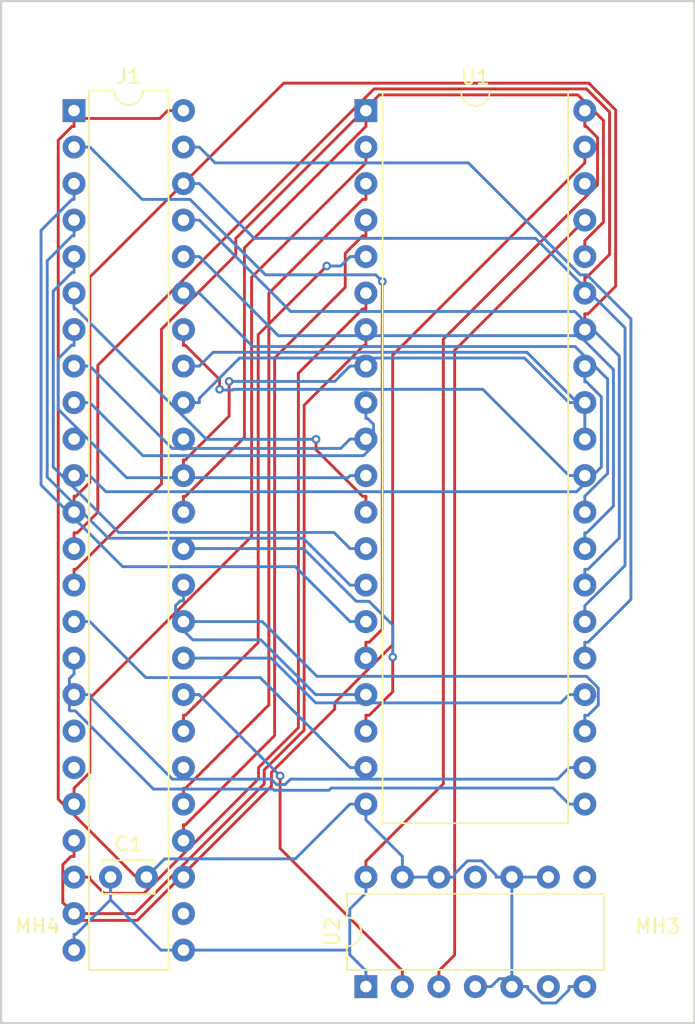
<source format=kicad_pcb>
(kicad_pcb (version 20171130) (host pcbnew 5.1.5+dfsg1-2build2)

  (general
    (thickness 1.6)
    (drawings 4)
    (tracks 385)
    (zones 0)
    (modules 8)
    (nets 52)
  )

  (page A4)
  (layers
    (0 F.Cu signal hide)
    (31 B.Cu signal)
    (32 B.Adhes user)
    (33 F.Adhes user)
    (34 B.Paste user)
    (35 F.Paste user)
    (36 B.SilkS user)
    (37 F.SilkS user)
    (38 B.Mask user)
    (39 F.Mask user)
    (40 Dwgs.User user)
    (41 Cmts.User user)
    (42 Eco1.User user)
    (43 Eco2.User user)
    (44 Edge.Cuts user)
    (45 Margin user)
    (46 B.CrtYd user)
    (47 F.CrtYd user)
    (48 B.Fab user)
    (49 F.Fab user)
  )

  (setup
    (last_trace_width 0.2)
    (user_trace_width 0.2)
    (user_trace_width 0.4)
    (user_trace_width 0.6)
    (user_trace_width 0.8)
    (user_trace_width 1)
    (user_trace_width 1.2)
    (user_trace_width 1.6)
    (user_trace_width 2)
    (trace_clearance 0.2)
    (zone_clearance 0.35)
    (zone_45_only no)
    (trace_min 0.1524)
    (via_size 0.6)
    (via_drill 0.3)
    (via_min_size 0.5)
    (via_min_drill 0.2)
    (user_via 0.9 0.5)
    (user_via 1.2 0.8)
    (user_via 1.4 0.9)
    (user_via 1.5 1)
    (uvia_size 0.3)
    (uvia_drill 0.1)
    (uvias_allowed no)
    (uvia_min_size 0.2)
    (uvia_min_drill 0.1)
    (edge_width 0.15)
    (segment_width 0.2)
    (pcb_text_width 0.3)
    (pcb_text_size 1.5 1.5)
    (mod_edge_width 0.15)
    (mod_text_size 1 1)
    (mod_text_width 0.15)
    (pad_size 3.2 3.2)
    (pad_drill 3.2)
    (pad_to_mask_clearance 0.051)
    (solder_mask_min_width 0.25)
    (aux_axis_origin 101 70)
    (grid_origin 101 70)
    (visible_elements FFFDFF7F)
    (pcbplotparams
      (layerselection 0x010fc_ffffffff)
      (usegerberextensions false)
      (usegerberattributes false)
      (usegerberadvancedattributes false)
      (creategerberjobfile false)
      (excludeedgelayer true)
      (linewidth 0.100000)
      (plotframeref false)
      (viasonmask false)
      (mode 1)
      (useauxorigin false)
      (hpglpennumber 1)
      (hpglpenspeed 20)
      (hpglpendiameter 15.000000)
      (psnegative false)
      (psa4output false)
      (plotreference true)
      (plotvalue true)
      (plotinvisibletext false)
      (padsonsilk false)
      (subtractmaskfromsilk false)
      (outputformat 1)
      (mirror false)
      (drillshape 1)
      (scaleselection 1)
      (outputdirectory ""))
  )

  (net 0 "")
  (net 1 VCC)
  (net 2 GND)
  (net 3 /P53)
  (net 4 "Net-(J1-Pad30)")
  (net 5 /P26)
  (net 6 "Net-(J1-Pad27)")
  (net 7 /P27)
  (net 8 /P47)
  (net 9 /P46)
  (net 10 "Net-(J1-Pad26)")
  (net 11 "Net-(J1-Pad19)")
  (net 12 /P25)
  (net 13 /P24)
  (net 14 /P23)
  (net 15 /P22)
  (net 16 /P21)
  (net 17 /P20)
  (net 18 /P34)
  (net 19 "Net-(J1-Pad10)")
  (net 20 /P35)
  (net 21 /P17)
  (net 22 /P36)
  (net 23 /P16)
  (net 24 "Net-(J1-Pad39)")
  (net 25 /P15)
  (net 26 /P40)
  (net 27 /P14)
  (net 28 /P41)
  (net 29 /P13)
  (net 30 /P42)
  (net 31 /P12)
  (net 32 /P11)
  (net 33 /P44)
  (net 34 /P10)
  (net 35 /P45)
  (net 36 /P33)
  (net 37 /P32)
  (net 38 /P31)
  (net 39 /P30)
  (net 40 /P51)
  (net 41 /P55)
  (net 42 /P43)
  (net 43 /P52)
  (net 44 /P54)
  (net 45 /P50)
  (net 46 "Net-(U1-Pad38)")
  (net 47 "Net-(U1-Pad37)")
  (net 48 "Net-(U2-Pad6)")
  (net 49 "Net-(U2-Pad11)")
  (net 50 "Net-(U2-Pad8)")
  (net 51 "Net-(J1-Pad18)")

  (net_class Default "This is the default net class."
    (clearance 0.2)
    (trace_width 0.2)
    (via_dia 0.6)
    (via_drill 0.3)
    (uvia_dia 0.3)
    (uvia_drill 0.1)
    (diff_pair_width 0.2)
    (diff_pair_gap 0.2)
    (add_net /P10)
    (add_net /P11)
    (add_net /P12)
    (add_net /P13)
    (add_net /P14)
    (add_net /P15)
    (add_net /P16)
    (add_net /P17)
    (add_net /P20)
    (add_net /P21)
    (add_net /P22)
    (add_net /P23)
    (add_net /P24)
    (add_net /P25)
    (add_net /P26)
    (add_net /P27)
    (add_net /P30)
    (add_net /P31)
    (add_net /P32)
    (add_net /P33)
    (add_net /P34)
    (add_net /P35)
    (add_net /P36)
    (add_net /P40)
    (add_net /P41)
    (add_net /P42)
    (add_net /P43)
    (add_net /P44)
    (add_net /P45)
    (add_net /P46)
    (add_net /P47)
    (add_net /P50)
    (add_net /P51)
    (add_net /P52)
    (add_net /P53)
    (add_net /P54)
    (add_net /P55)
    (add_net GND)
    (add_net "Net-(J1-Pad10)")
    (add_net "Net-(J1-Pad18)")
    (add_net "Net-(J1-Pad19)")
    (add_net "Net-(J1-Pad26)")
    (add_net "Net-(J1-Pad27)")
    (add_net "Net-(J1-Pad30)")
    (add_net "Net-(J1-Pad39)")
    (add_net "Net-(U1-Pad37)")
    (add_net "Net-(U1-Pad38)")
    (add_net "Net-(U2-Pad11)")
    (add_net "Net-(U2-Pad6)")
    (add_net "Net-(U2-Pad8)")
    (add_net VCC)
  )

  (module Package_DIP:DIP-40_W15.24mm (layer F.Cu) (tedit 5A02E8C5) (tstamp 61E6CEAB)
    (at 123.86 75.08)
    (descr "40-lead though-hole mounted DIP package, row spacing 15.24 mm (600 mils)")
    (tags "THT DIP DIL PDIP 2.54mm 15.24mm 600mil")
    (path /6258F9E3)
    (fp_text reference U1 (at 7.62 -2.33) (layer F.SilkS)
      (effects (font (size 1 1) (thickness 0.15)))
    )
    (fp_text value INS8060 (at 7.62 50.59) (layer F.Fab)
      (effects (font (size 1 1) (thickness 0.15)))
    )
    (fp_text user %R (at 7.62 24.13) (layer F.Fab)
      (effects (font (size 1 1) (thickness 0.15)))
    )
    (fp_line (start 16.3 -1.55) (end -1.05 -1.55) (layer F.CrtYd) (width 0.05))
    (fp_line (start 16.3 49.8) (end 16.3 -1.55) (layer F.CrtYd) (width 0.05))
    (fp_line (start -1.05 49.8) (end 16.3 49.8) (layer F.CrtYd) (width 0.05))
    (fp_line (start -1.05 -1.55) (end -1.05 49.8) (layer F.CrtYd) (width 0.05))
    (fp_line (start 14.08 -1.33) (end 8.62 -1.33) (layer F.SilkS) (width 0.12))
    (fp_line (start 14.08 49.59) (end 14.08 -1.33) (layer F.SilkS) (width 0.12))
    (fp_line (start 1.16 49.59) (end 14.08 49.59) (layer F.SilkS) (width 0.12))
    (fp_line (start 1.16 -1.33) (end 1.16 49.59) (layer F.SilkS) (width 0.12))
    (fp_line (start 6.62 -1.33) (end 1.16 -1.33) (layer F.SilkS) (width 0.12))
    (fp_line (start 0.255 -0.27) (end 1.255 -1.27) (layer F.Fab) (width 0.1))
    (fp_line (start 0.255 49.53) (end 0.255 -0.27) (layer F.Fab) (width 0.1))
    (fp_line (start 14.985 49.53) (end 0.255 49.53) (layer F.Fab) (width 0.1))
    (fp_line (start 14.985 -1.27) (end 14.985 49.53) (layer F.Fab) (width 0.1))
    (fp_line (start 1.255 -1.27) (end 14.985 -1.27) (layer F.Fab) (width 0.1))
    (fp_arc (start 7.62 -1.33) (end 6.62 -1.33) (angle -180) (layer F.SilkS) (width 0.12))
    (pad 40 thru_hole oval (at 15.24 0) (size 1.6 1.6) (drill 0.8) (layers *.Cu *.Mask)
      (net 1 VCC))
    (pad 20 thru_hole oval (at 0 48.26) (size 1.6 1.6) (drill 0.8) (layers *.Cu *.Mask)
      (net 2 GND))
    (pad 39 thru_hole oval (at 15.24 2.54) (size 1.6 1.6) (drill 0.8) (layers *.Cu *.Mask)
      (net 40 /P51))
    (pad 19 thru_hole oval (at 0 45.72) (size 1.6 1.6) (drill 0.8) (layers *.Cu *.Mask)
      (net 18 /P34))
    (pad 38 thru_hole oval (at 15.24 5.08) (size 1.6 1.6) (drill 0.8) (layers *.Cu *.Mask)
      (net 46 "Net-(U1-Pad38)"))
    (pad 18 thru_hole oval (at 0 43.18) (size 1.6 1.6) (drill 0.8) (layers *.Cu *.Mask)
      (net 30 /P42))
    (pad 37 thru_hole oval (at 15.24 7.62) (size 1.6 1.6) (drill 0.8) (layers *.Cu *.Mask)
      (net 47 "Net-(U1-Pad37)"))
    (pad 17 thru_hole oval (at 0 40.64) (size 1.6 1.6) (drill 0.8) (layers *.Cu *.Mask)
      (net 42 /P43))
    (pad 36 thru_hole oval (at 15.24 10.16) (size 1.6 1.6) (drill 0.8) (layers *.Cu *.Mask)
      (net 36 /P33))
    (pad 16 thru_hole oval (at 0 38.1) (size 1.6 1.6) (drill 0.8) (layers *.Cu *.Mask)
      (net 34 /P10))
    (pad 35 thru_hole oval (at 15.24 12.7) (size 1.6 1.6) (drill 0.8) (layers *.Cu *.Mask)
      (net 37 /P32))
    (pad 15 thru_hole oval (at 0 35.56) (size 1.6 1.6) (drill 0.8) (layers *.Cu *.Mask)
      (net 32 /P11))
    (pad 34 thru_hole oval (at 15.24 15.24) (size 1.6 1.6) (drill 0.8) (layers *.Cu *.Mask)
      (net 38 /P31))
    (pad 14 thru_hole oval (at 0 33.02) (size 1.6 1.6) (drill 0.8) (layers *.Cu *.Mask)
      (net 31 /P12))
    (pad 33 thru_hole oval (at 15.24 17.78) (size 1.6 1.6) (drill 0.8) (layers *.Cu *.Mask)
      (net 39 /P30))
    (pad 13 thru_hole oval (at 0 30.48) (size 1.6 1.6) (drill 0.8) (layers *.Cu *.Mask)
      (net 29 /P13))
    (pad 32 thru_hole oval (at 15.24 20.32) (size 1.6 1.6) (drill 0.8) (layers *.Cu *.Mask)
      (net 7 /P27))
    (pad 12 thru_hole oval (at 0 27.94) (size 1.6 1.6) (drill 0.8) (layers *.Cu *.Mask)
      (net 27 /P14))
    (pad 31 thru_hole oval (at 15.24 22.86) (size 1.6 1.6) (drill 0.8) (layers *.Cu *.Mask)
      (net 5 /P26))
    (pad 11 thru_hole oval (at 0 25.4) (size 1.6 1.6) (drill 0.8) (layers *.Cu *.Mask)
      (net 25 /P15))
    (pad 30 thru_hole oval (at 15.24 25.4) (size 1.6 1.6) (drill 0.8) (layers *.Cu *.Mask)
      (net 12 /P25))
    (pad 10 thru_hole oval (at 0 22.86) (size 1.6 1.6) (drill 0.8) (layers *.Cu *.Mask)
      (net 23 /P16))
    (pad 29 thru_hole oval (at 15.24 27.94) (size 1.6 1.6) (drill 0.8) (layers *.Cu *.Mask)
      (net 13 /P24))
    (pad 9 thru_hole oval (at 0 20.32) (size 1.6 1.6) (drill 0.8) (layers *.Cu *.Mask)
      (net 21 /P17))
    (pad 28 thru_hole oval (at 15.24 30.48) (size 1.6 1.6) (drill 0.8) (layers *.Cu *.Mask)
      (net 14 /P23))
    (pad 8 thru_hole oval (at 0 17.78) (size 1.6 1.6) (drill 0.8) (layers *.Cu *.Mask)
      (net 26 /P40))
    (pad 27 thru_hole oval (at 15.24 33.02) (size 1.6 1.6) (drill 0.8) (layers *.Cu *.Mask)
      (net 15 /P22))
    (pad 7 thru_hole oval (at 0 15.24) (size 1.6 1.6) (drill 0.8) (layers *.Cu *.Mask)
      (net 3 /P53))
    (pad 26 thru_hole oval (at 15.24 35.56) (size 1.6 1.6) (drill 0.8) (layers *.Cu *.Mask)
      (net 16 /P21))
    (pad 6 thru_hole oval (at 0 12.7) (size 1.6 1.6) (drill 0.8) (layers *.Cu *.Mask)
      (net 43 /P52))
    (pad 25 thru_hole oval (at 15.24 38.1) (size 1.6 1.6) (drill 0.8) (layers *.Cu *.Mask)
      (net 17 /P20))
    (pad 5 thru_hole oval (at 0 10.16) (size 1.6 1.6) (drill 0.8) (layers *.Cu *.Mask)
      (net 8 /P47))
    (pad 24 thru_hole oval (at 15.24 40.64) (size 1.6 1.6) (drill 0.8) (layers *.Cu *.Mask)
      (net 35 /P45))
    (pad 4 thru_hole oval (at 0 7.62) (size 1.6 1.6) (drill 0.8) (layers *.Cu *.Mask)
      (net 41 /P55))
    (pad 23 thru_hole oval (at 15.24 43.18) (size 1.6 1.6) (drill 0.8) (layers *.Cu *.Mask)
      (net 33 /P44))
    (pad 3 thru_hole oval (at 0 5.08) (size 1.6 1.6) (drill 0.8) (layers *.Cu *.Mask)
      (net 44 /P54))
    (pad 22 thru_hole oval (at 15.24 45.72) (size 1.6 1.6) (drill 0.8) (layers *.Cu *.Mask)
      (net 22 /P36))
    (pad 2 thru_hole oval (at 0 2.54) (size 1.6 1.6) (drill 0.8) (layers *.Cu *.Mask)
      (net 45 /P50))
    (pad 21 thru_hole oval (at 15.24 48.26) (size 1.6 1.6) (drill 0.8) (layers *.Cu *.Mask)
      (net 20 /P35))
    (pad 1 thru_hole rect (at 0 0) (size 1.6 1.6) (drill 0.8) (layers *.Cu *.Mask)
      (net 28 /P41))
    (model ${KISYS3DMOD}/Package_DIP.3dshapes/DIP-40_W15.24mm.wrl
      (at (xyz 0 0 0))
      (scale (xyz 1 1 1))
      (rotate (xyz 0 0 0))
    )
  )

  (module 0-LocalLibrary:DIP-48_W7.62mm (layer F.Cu) (tedit 6198C9C5) (tstamp 61E6CE6F)
    (at 103.54 75.08)
    (descr "48-lead dip package, row spacing 7.62 mm (300 mils)")
    (tags "DIL DIP PDIP 2.54mm 7.62mm 300mill")
    (path /6259075A)
    (fp_text reference J1 (at 3.81 -2.39) (layer F.SilkS)
      (effects (font (size 1 1) (thickness 0.15)))
    )
    (fp_text value BionicConnector (at 5.08 60.96) (layer F.Fab)
      (effects (font (size 1 1) (thickness 0.15)))
    )
    (fp_line (start 8.68 60.02) (end 8.68 18.72) (layer F.CrtYd) (width 0.05))
    (fp_line (start 7.365 59.69) (end 0.255 59.69) (layer F.Fab) (width 0.1))
    (fp_line (start 0.255 59.69) (end 0.255 20.05) (layer F.Fab) (width 0.1))
    (fp_line (start -1.1 60.02) (end 8.68 60.02) (layer F.CrtYd) (width 0.05))
    (fp_line (start -1.1 18.72) (end -1.1 60.02) (layer F.CrtYd) (width 0.05))
    (fp_line (start 6.58 59.81) (end 6.58 18.93) (layer F.SilkS) (width 0.12))
    (fp_line (start 1.04 59.81) (end 6.58 59.81) (layer F.SilkS) (width 0.12))
    (fp_line (start 1.04 18.93) (end 1.04 59.81) (layer F.SilkS) (width 0.12))
    (fp_line (start 7.365 19.05) (end 7.365 59.69) (layer F.Fab) (width 0.1))
    (fp_arc (start 3.81 -1.39) (end 2.81 -1.39) (angle -180) (layer F.SilkS) (width 0.12))
    (fp_line (start 8.68 -1.6) (end -1.1 -1.6) (layer F.CrtYd) (width 0.05))
    (fp_line (start 8.68 39.7) (end 8.68 -1.6) (layer F.CrtYd) (width 0.05))
    (fp_line (start -1.1 -1.6) (end -1.1 39.7) (layer F.CrtYd) (width 0.05))
    (fp_line (start 6.58 -1.39) (end 4.81 -1.39) (layer F.SilkS) (width 0.12))
    (fp_line (start 6.58 39.49) (end 6.58 -1.39) (layer F.SilkS) (width 0.12))
    (fp_line (start 1.04 -1.39) (end 1.04 39.49) (layer F.SilkS) (width 0.12))
    (fp_line (start 2.81 -1.39) (end 1.04 -1.39) (layer F.SilkS) (width 0.12))
    (fp_line (start 0.255 -0.27) (end 1.255 -1.27) (layer F.Fab) (width 0.1))
    (fp_line (start 0.255 39.37) (end 0.255 -0.27) (layer F.Fab) (width 0.1))
    (fp_line (start 7.365 -1.27) (end 7.365 39.37) (layer F.Fab) (width 0.1))
    (fp_line (start 1.255 -1.27) (end 7.365 -1.27) (layer F.Fab) (width 0.1))
    (fp_text user %R (at 3.81 19.05) (layer F.Fab)
      (effects (font (size 1 1) (thickness 0.15)))
    )
    (pad 20 thru_hole oval (at 0 48.26) (size 1.6 1.6) (drill 0.8) (layers *.Cu *.Mask)
      (net 45 /P50))
    (pad 24 thru_hole oval (at 0 58.42) (size 1.6 1.6) (drill 0.8) (layers *.Cu *.Mask)
      (net 1 VCC))
    (pad 25 thru_hole oval (at 7.62 58.42) (size 1.6 1.6) (drill 0.8) (layers *.Cu *.Mask)
      (net 1 VCC))
    (pad 23 thru_hole oval (at 0 55.88) (size 1.6 1.6) (drill 0.8) (layers *.Cu *.Mask)
      (net 3 /P53))
    (pad 30 thru_hole oval (at 7.62 45.72) (size 1.6 1.6) (drill 0.8) (layers *.Cu *.Mask)
      (net 4 "Net-(J1-Pad30)"))
    (pad 21 thru_hole oval (at 0 50.8) (size 1.6 1.6) (drill 0.8) (layers *.Cu *.Mask)
      (net 40 /P51))
    (pad 17 thru_hole oval (at 0 40.64) (size 1.6 1.6) (drill 0.8) (layers *.Cu *.Mask)
      (net 22 /P36))
    (pad 22 thru_hole oval (at 0 53.34) (size 1.6 1.6) (drill 0.8) (layers *.Cu *.Mask)
      (net 43 /P52))
    (pad 27 thru_hole oval (at 7.62 53.34) (size 1.6 1.6) (drill 0.8) (layers *.Cu *.Mask)
      (net 6 "Net-(J1-Pad27)"))
    (pad 18 thru_hole oval (at 0 43.18) (size 1.6 1.6) (drill 0.8) (layers *.Cu *.Mask)
      (net 51 "Net-(J1-Pad18)"))
    (pad 31 thru_hole oval (at 7.62 43.18) (size 1.6 1.6) (drill 0.8) (layers *.Cu *.Mask)
      (net 8 /P47))
    (pad 28 thru_hole oval (at 7.62 50.8) (size 1.6 1.6) (drill 0.8) (layers *.Cu *.Mask)
      (net 41 /P55))
    (pad 29 thru_hole oval (at 7.62 48.26) (size 1.6 1.6) (drill 0.8) (layers *.Cu *.Mask)
      (net 44 /P54))
    (pad 32 thru_hole oval (at 7.62 40.64) (size 1.6 1.6) (drill 0.8) (layers *.Cu *.Mask)
      (net 9 /P46))
    (pad 26 thru_hole oval (at 7.62 55.88) (size 1.6 1.6) (drill 0.8) (layers *.Cu *.Mask)
      (net 10 "Net-(J1-Pad26)"))
    (pad 19 thru_hole oval (at 0 45.72) (size 1.6 1.6) (drill 0.8) (layers *.Cu *.Mask)
      (net 11 "Net-(J1-Pad19)"))
    (pad 48 thru_hole oval (at 7.62 0) (size 1.6 1.6) (drill 0.8) (layers *.Cu *.Mask)
      (net 2 GND))
    (pad 16 thru_hole oval (at 0 38.1) (size 1.6 1.6) (drill 0.8) (layers *.Cu *.Mask)
      (net 20 /P35))
    (pad 47 thru_hole oval (at 7.62 2.54) (size 1.6 1.6) (drill 0.8) (layers *.Cu *.Mask)
      (net 17 /P20))
    (pad 15 thru_hole oval (at 0 35.56) (size 1.6 1.6) (drill 0.8) (layers *.Cu *.Mask)
      (net 18 /P34))
    (pad 46 thru_hole oval (at 7.62 5.08) (size 1.6 1.6) (drill 0.8) (layers *.Cu *.Mask)
      (net 16 /P21))
    (pad 14 thru_hole oval (at 0 33.02) (size 1.6 1.6) (drill 0.8) (layers *.Cu *.Mask)
      (net 36 /P33))
    (pad 45 thru_hole oval (at 7.62 7.62) (size 1.6 1.6) (drill 0.8) (layers *.Cu *.Mask)
      (net 15 /P22))
    (pad 13 thru_hole oval (at 0 30.48) (size 1.6 1.6) (drill 0.8) (layers *.Cu *.Mask)
      (net 37 /P32))
    (pad 44 thru_hole oval (at 7.62 10.16) (size 1.6 1.6) (drill 0.8) (layers *.Cu *.Mask)
      (net 14 /P23))
    (pad 12 thru_hole oval (at 0 27.94) (size 1.6 1.6) (drill 0.8) (layers *.Cu *.Mask)
      (net 38 /P31))
    (pad 43 thru_hole oval (at 7.62 12.7) (size 1.6 1.6) (drill 0.8) (layers *.Cu *.Mask)
      (net 13 /P24))
    (pad 11 thru_hole oval (at 0 25.4) (size 1.6 1.6) (drill 0.8) (layers *.Cu *.Mask)
      (net 39 /P30))
    (pad 42 thru_hole oval (at 7.62 15.24) (size 1.6 1.6) (drill 0.8) (layers *.Cu *.Mask)
      (net 12 /P25))
    (pad 10 thru_hole oval (at 0 22.86) (size 1.6 1.6) (drill 0.8) (layers *.Cu *.Mask)
      (net 19 "Net-(J1-Pad10)"))
    (pad 41 thru_hole oval (at 7.62 17.78) (size 1.6 1.6) (drill 0.8) (layers *.Cu *.Mask)
      (net 5 /P26))
    (pad 9 thru_hole oval (at 0 20.32) (size 1.6 1.6) (drill 0.8) (layers *.Cu *.Mask)
      (net 21 /P17))
    (pad 40 thru_hole oval (at 7.62 20.32) (size 1.6 1.6) (drill 0.8) (layers *.Cu *.Mask)
      (net 7 /P27))
    (pad 8 thru_hole oval (at 0 17.78) (size 1.6 1.6) (drill 0.8) (layers *.Cu *.Mask)
      (net 23 /P16))
    (pad 39 thru_hole oval (at 7.62 22.86) (size 1.6 1.6) (drill 0.8) (layers *.Cu *.Mask)
      (net 24 "Net-(J1-Pad39)"))
    (pad 7 thru_hole oval (at 0 15.24) (size 1.6 1.6) (drill 0.8) (layers *.Cu *.Mask)
      (net 25 /P15))
    (pad 38 thru_hole oval (at 7.62 25.4) (size 1.6 1.6) (drill 0.8) (layers *.Cu *.Mask)
      (net 26 /P40))
    (pad 6 thru_hole oval (at 0 12.7) (size 1.6 1.6) (drill 0.8) (layers *.Cu *.Mask)
      (net 27 /P14))
    (pad 37 thru_hole oval (at 7.62 27.94) (size 1.6 1.6) (drill 0.8) (layers *.Cu *.Mask)
      (net 28 /P41))
    (pad 5 thru_hole oval (at 0 10.16) (size 1.6 1.6) (drill 0.8) (layers *.Cu *.Mask)
      (net 29 /P13))
    (pad 36 thru_hole oval (at 7.62 30.48) (size 1.6 1.6) (drill 0.8) (layers *.Cu *.Mask)
      (net 30 /P42))
    (pad 4 thru_hole oval (at 0 7.62) (size 1.6 1.6) (drill 0.8) (layers *.Cu *.Mask)
      (net 31 /P12))
    (pad 35 thru_hole oval (at 7.62 33.02) (size 1.6 1.6) (drill 0.8) (layers *.Cu *.Mask)
      (net 42 /P43))
    (pad 3 thru_hole oval (at 0 5.08) (size 1.6 1.6) (drill 0.8) (layers *.Cu *.Mask)
      (net 32 /P11))
    (pad 34 thru_hole oval (at 7.62 35.56) (size 1.6 1.6) (drill 0.8) (layers *.Cu *.Mask)
      (net 33 /P44))
    (pad 2 thru_hole oval (at 0 2.54) (size 1.6 1.6) (drill 0.8) (layers *.Cu *.Mask)
      (net 34 /P10))
    (pad 33 thru_hole oval (at 7.62 38.1) (size 1.6 1.6) (drill 0.8) (layers *.Cu *.Mask)
      (net 35 /P45))
    (pad 1 thru_hole rect (at 0 0) (size 1.6 1.6) (drill 0.8) (layers *.Cu *.Mask)
      (net 2 GND))
    (model ${KISYS3DMOD}/Package_DIP.3dshapes/DIP-32_W7.62mm.wrl
      (at (xyz 0 0 0))
      (scale (xyz 1 1 1))
      (rotate (xyz 0 0 0))
    )
  )

  (module Capacitor_THT:C_Disc_D3.4mm_W2.1mm_P2.50mm (layer F.Cu) (tedit 5AE50EF0) (tstamp 61E6CE25)
    (at 106.08 128.42)
    (descr "C, Disc series, Radial, pin pitch=2.50mm, , diameter*width=3.4*2.1mm^2, Capacitor, http://www.vishay.com/docs/45233/krseries.pdf")
    (tags "C Disc series Radial pin pitch 2.50mm  diameter 3.4mm width 2.1mm Capacitor")
    (path /5D0E12B4)
    (fp_text reference C1 (at 1.25 -2.3) (layer F.SilkS)
      (effects (font (size 1 1) (thickness 0.15)))
    )
    (fp_text value 0.1u (at 1.25 2.3) (layer F.Fab)
      (effects (font (size 1 1) (thickness 0.15)))
    )
    (fp_text user %R (at 1.25 0) (layer F.Fab)
      (effects (font (size 0.68 0.68) (thickness 0.102)))
    )
    (fp_line (start 3.55 -1.3) (end -1.05 -1.3) (layer F.CrtYd) (width 0.05))
    (fp_line (start 3.55 1.3) (end 3.55 -1.3) (layer F.CrtYd) (width 0.05))
    (fp_line (start -1.05 1.3) (end 3.55 1.3) (layer F.CrtYd) (width 0.05))
    (fp_line (start -1.05 -1.3) (end -1.05 1.3) (layer F.CrtYd) (width 0.05))
    (fp_line (start 3.07 0.925) (end 3.07 1.17) (layer F.SilkS) (width 0.12))
    (fp_line (start 3.07 -1.17) (end 3.07 -0.925) (layer F.SilkS) (width 0.12))
    (fp_line (start -0.57 0.925) (end -0.57 1.17) (layer F.SilkS) (width 0.12))
    (fp_line (start -0.57 -1.17) (end -0.57 -0.925) (layer F.SilkS) (width 0.12))
    (fp_line (start -0.57 1.17) (end 3.07 1.17) (layer F.SilkS) (width 0.12))
    (fp_line (start -0.57 -1.17) (end 3.07 -1.17) (layer F.SilkS) (width 0.12))
    (fp_line (start 2.95 -1.05) (end -0.45 -1.05) (layer F.Fab) (width 0.1))
    (fp_line (start 2.95 1.05) (end 2.95 -1.05) (layer F.Fab) (width 0.1))
    (fp_line (start -0.45 1.05) (end 2.95 1.05) (layer F.Fab) (width 0.1))
    (fp_line (start -0.45 -1.05) (end -0.45 1.05) (layer F.Fab) (width 0.1))
    (pad 2 thru_hole circle (at 2.5 0) (size 1.6 1.6) (drill 0.8) (layers *.Cu *.Mask)
      (net 2 GND))
    (pad 1 thru_hole circle (at 0 0) (size 1.6 1.6) (drill 0.8) (layers *.Cu *.Mask)
      (net 1 VCC))
    (model ${KISYS3DMOD}/Capacitor_THT.3dshapes/C_Disc_D3.4mm_W2.1mm_P2.50mm.wrl
      (at (xyz 0 0 0))
      (scale (xyz 1 1 1))
      (rotate (xyz 0 0 0))
    )
  )

  (module Package_DIP:DIP-14_W7.62mm (layer F.Cu) (tedit 5A02E8C5) (tstamp 61B9EF90)
    (at 123.86 136.04 90)
    (descr "14-lead though-hole mounted DIP package, row spacing 7.62 mm (300 mils)")
    (tags "THT DIP DIL PDIP 2.54mm 7.62mm 300mil")
    (path /61C430F6)
    (fp_text reference U2 (at 3.81 -2.33 90) (layer F.SilkS)
      (effects (font (size 1 1) (thickness 0.15)))
    )
    (fp_text value 74HCT126 (at 3.81 17.57 90) (layer F.Fab)
      (effects (font (size 1 1) (thickness 0.15)))
    )
    (fp_text user %R (at 3.81 7.62 90) (layer F.Fab)
      (effects (font (size 1 1) (thickness 0.15)))
    )
    (fp_line (start 8.7 -1.55) (end -1.1 -1.55) (layer F.CrtYd) (width 0.05))
    (fp_line (start 8.7 16.8) (end 8.7 -1.55) (layer F.CrtYd) (width 0.05))
    (fp_line (start -1.1 16.8) (end 8.7 16.8) (layer F.CrtYd) (width 0.05))
    (fp_line (start -1.1 -1.55) (end -1.1 16.8) (layer F.CrtYd) (width 0.05))
    (fp_line (start 6.46 -1.33) (end 4.81 -1.33) (layer F.SilkS) (width 0.12))
    (fp_line (start 6.46 16.57) (end 6.46 -1.33) (layer F.SilkS) (width 0.12))
    (fp_line (start 1.16 16.57) (end 6.46 16.57) (layer F.SilkS) (width 0.12))
    (fp_line (start 1.16 -1.33) (end 1.16 16.57) (layer F.SilkS) (width 0.12))
    (fp_line (start 2.81 -1.33) (end 1.16 -1.33) (layer F.SilkS) (width 0.12))
    (fp_line (start 0.635 -0.27) (end 1.635 -1.27) (layer F.Fab) (width 0.1))
    (fp_line (start 0.635 16.51) (end 0.635 -0.27) (layer F.Fab) (width 0.1))
    (fp_line (start 6.985 16.51) (end 0.635 16.51) (layer F.Fab) (width 0.1))
    (fp_line (start 6.985 -1.27) (end 6.985 16.51) (layer F.Fab) (width 0.1))
    (fp_line (start 1.635 -1.27) (end 6.985 -1.27) (layer F.Fab) (width 0.1))
    (fp_arc (start 3.81 -1.33) (end 2.81 -1.33) (angle -180) (layer F.SilkS) (width 0.12))
    (pad 14 thru_hole oval (at 7.62 0 90) (size 1.6 1.6) (drill 0.8) (layers *.Cu *.Mask)
      (net 1 VCC))
    (pad 7 thru_hole oval (at 0 15.24 90) (size 1.6 1.6) (drill 0.8) (layers *.Cu *.Mask)
      (net 2 GND))
    (pad 13 thru_hole oval (at 7.62 2.54 90) (size 1.6 1.6) (drill 0.8) (layers *.Cu *.Mask)
      (net 2 GND))
    (pad 6 thru_hole oval (at 0 12.7 90) (size 1.6 1.6) (drill 0.8) (layers *.Cu *.Mask)
      (net 48 "Net-(U2-Pad6)"))
    (pad 12 thru_hole oval (at 7.62 5.08 90) (size 1.6 1.6) (drill 0.8) (layers *.Cu *.Mask)
      (net 2 GND))
    (pad 5 thru_hole oval (at 0 10.16 90) (size 1.6 1.6) (drill 0.8) (layers *.Cu *.Mask)
      (net 2 GND))
    (pad 11 thru_hole oval (at 7.62 7.62 90) (size 1.6 1.6) (drill 0.8) (layers *.Cu *.Mask)
      (net 49 "Net-(U2-Pad11)"))
    (pad 4 thru_hole oval (at 0 7.62 90) (size 1.6 1.6) (drill 0.8) (layers *.Cu *.Mask)
      (net 2 GND))
    (pad 10 thru_hole oval (at 7.62 10.16 90) (size 1.6 1.6) (drill 0.8) (layers *.Cu *.Mask)
      (net 2 GND))
    (pad 3 thru_hole oval (at 0 5.08 90) (size 1.6 1.6) (drill 0.8) (layers *.Cu *.Mask)
      (net 47 "Net-(U1-Pad37)"))
    (pad 9 thru_hole oval (at 7.62 12.7 90) (size 1.6 1.6) (drill 0.8) (layers *.Cu *.Mask)
      (net 2 GND))
    (pad 2 thru_hole oval (at 0 2.54 90) (size 1.6 1.6) (drill 0.8) (layers *.Cu *.Mask)
      (net 9 /P46))
    (pad 8 thru_hole oval (at 7.62 15.24 90) (size 1.6 1.6) (drill 0.8) (layers *.Cu *.Mask)
      (net 50 "Net-(U2-Pad8)"))
    (pad 1 thru_hole rect (at 0 0 90) (size 1.6 1.6) (drill 0.8) (layers *.Cu *.Mask)
      (net 1 VCC))
    (model ${KISYS3DMOD}/Package_DIP.3dshapes/DIP-14_W7.62mm.wrl
      (at (xyz 0 0 0))
      (scale (xyz 1 1 1))
      (rotate (xyz 0 0 0))
    )
  )

  (module MountingHole:MountingHole_3.2mm_M3 (layer F.Cu) (tedit 56D1B4CB) (tstamp 618AA90D)
    (at 101 136.04)
    (descr "Mounting Hole 3.2mm, no annular, M3")
    (tags "mounting hole 3.2mm no annular m3")
    (attr virtual)
    (fp_text reference MH4 (at 0 -4.2) (layer F.SilkS)
      (effects (font (size 1 1) (thickness 0.15)))
    )
    (fp_text value MountingHole_3.2mm_M3 (at 0 4.2) (layer F.Fab)
      (effects (font (size 1 1) (thickness 0.15)))
    )
    (fp_circle (center 0 0) (end 3.45 0) (layer F.CrtYd) (width 0.05))
    (fp_circle (center 0 0) (end 3.2 0) (layer Cmts.User) (width 0.15))
    (fp_text user %R (at 0.3 0) (layer F.Fab)
      (effects (font (size 1 1) (thickness 0.15)))
    )
    (pad 1 np_thru_hole circle (at 0 0) (size 3.2 3.2) (drill 3.2) (layers *.Cu *.Mask))
  )

  (module MountingHole:MountingHole_3.2mm_M3 (layer F.Cu) (tedit 56D1B4CB) (tstamp 618AA8EF)
    (at 144.18 136.04)
    (descr "Mounting Hole 3.2mm, no annular, M3")
    (tags "mounting hole 3.2mm no annular m3")
    (attr virtual)
    (fp_text reference MH3 (at 0 -4.2) (layer F.SilkS)
      (effects (font (size 1 1) (thickness 0.15)))
    )
    (fp_text value MountingHole_3.2mm_M3 (at 0 4.2) (layer F.Fab)
      (effects (font (size 1 1) (thickness 0.15)))
    )
    (fp_circle (center 0 0) (end 3.45 0) (layer F.CrtYd) (width 0.05))
    (fp_circle (center 0 0) (end 3.2 0) (layer Cmts.User) (width 0.15))
    (fp_text user %R (at 0.3 0) (layer F.Fab)
      (effects (font (size 1 1) (thickness 0.15)))
    )
    (pad 1 np_thru_hole circle (at 0 0) (size 3.2 3.2) (drill 3.2) (layers *.Cu *.Mask))
  )

  (module MountingHole:MountingHole_3.2mm_M3 (layer F.Cu) (tedit 56D1B4CB) (tstamp 618AA8C0)
    (at 144.18 70)
    (descr "Mounting Hole 3.2mm, no annular, M3")
    (tags "mounting hole 3.2mm no annular m3")
    (attr virtual)
    (fp_text reference MH2 (at 0 -4.2) (layer F.SilkS)
      (effects (font (size 1 1) (thickness 0.15)))
    )
    (fp_text value MountingHole_3.2mm_M3 (at 0 4.2) (layer F.Fab)
      (effects (font (size 1 1) (thickness 0.15)))
    )
    (fp_circle (center 0 0) (end 3.45 0) (layer F.CrtYd) (width 0.05))
    (fp_circle (center 0 0) (end 3.2 0) (layer Cmts.User) (width 0.15))
    (fp_text user %R (at 0.3 0) (layer F.Fab)
      (effects (font (size 1 1) (thickness 0.15)))
    )
    (pad 1 np_thru_hole circle (at 0 0) (size 3.2 3.2) (drill 3.2) (layers *.Cu *.Mask))
  )

  (module MountingHole:MountingHole_3.2mm_M3 (layer F.Cu) (tedit 618A6455) (tstamp 618AA897)
    (at 101 70)
    (descr "Mounting Hole 3.2mm, no annular, M3")
    (tags "mounting hole 3.2mm no annular m3")
    (attr virtual)
    (fp_text reference MH1 (at 0 -4.2) (layer F.SilkS)
      (effects (font (size 1 1) (thickness 0.15)))
    )
    (fp_text value MountingHole_3.2mm_M3 (at 0 4.2) (layer F.Fab)
      (effects (font (size 1 1) (thickness 0.15)))
    )
    (fp_circle (center 0 0) (end 3.45 0) (layer F.CrtYd) (width 0.05))
    (fp_circle (center 0 0) (end 3.2 0) (layer Cmts.User) (width 0.15))
    (fp_text user %R (at 0.3 0) (layer F.Fab)
      (effects (font (size 1 1) (thickness 0.15)))
    )
    (pad "" np_thru_hole circle (at 0 0) (size 3.2 3.2) (drill 3.2) (layers *.Cu *.Mask))
  )

  (gr_line (start 98.46 138.58) (end 98.46 67.46) (layer Edge.Cuts) (width 0.15) (tstamp 618AA84D))
  (gr_line (start 146.72 138.58) (end 98.46 138.58) (layer Edge.Cuts) (width 0.15))
  (gr_line (start 146.72 67.46) (end 146.72 138.58) (layer Edge.Cuts) (width 0.15))
  (gr_line (start 98.46 67.46) (end 146.72 67.46) (layer Edge.Cuts) (width 0.15))

  (segment (start 123.86 127.3197) (end 129.2511 121.9286) (width 0.2) (layer F.Cu) (net 1))
  (segment (start 129.2511 121.9286) (end 129.2511 90.9839) (width 0.2) (layer F.Cu) (net 1))
  (segment (start 129.2511 90.9839) (end 139.9853 80.2497) (width 0.2) (layer F.Cu) (net 1))
  (segment (start 139.9853 80.2497) (end 139.9853 76.9639) (width 0.2) (layer F.Cu) (net 1))
  (segment (start 139.9853 76.9639) (end 139.2017 76.1803) (width 0.2) (layer F.Cu) (net 1))
  (segment (start 139.2017 76.1803) (end 139.1 76.1803) (width 0.2) (layer F.Cu) (net 1))
  (segment (start 122.7379 133.5) (end 122.7379 130.6424) (width 0.2) (layer B.Cu) (net 1))
  (segment (start 122.7379 130.6424) (end 123.86 129.5203) (width 0.2) (layer B.Cu) (net 1))
  (segment (start 123.86 134.9397) (end 122.7379 133.8176) (width 0.2) (layer B.Cu) (net 1))
  (segment (start 122.7379 133.8176) (end 122.7379 133.5) (width 0.2) (layer B.Cu) (net 1))
  (segment (start 122.7379 133.5) (end 112.2603 133.5) (width 0.2) (layer B.Cu) (net 1))
  (segment (start 111.16 133.5) (end 112.2603 133.5) (width 0.2) (layer B.Cu) (net 1))
  (segment (start 139.1 75.08) (end 139.1 76.1803) (width 0.2) (layer F.Cu) (net 1))
  (segment (start 123.86 128.42) (end 123.86 127.3197) (width 0.2) (layer F.Cu) (net 1))
  (segment (start 106.08 129.9972) (end 106.08 128.42) (width 0.2) (layer B.Cu) (net 1))
  (segment (start 103.54 132.3997) (end 103.6775 132.3997) (width 0.2) (layer B.Cu) (net 1))
  (segment (start 103.6775 132.3997) (end 106.08 129.9972) (width 0.2) (layer B.Cu) (net 1))
  (segment (start 111.16 133.5) (end 109.5828 133.5) (width 0.2) (layer B.Cu) (net 1))
  (segment (start 109.5828 133.5) (end 106.08 129.9972) (width 0.2) (layer B.Cu) (net 1))
  (segment (start 103.54 133.5) (end 103.54 132.3997) (width 0.2) (layer B.Cu) (net 1))
  (segment (start 123.86 136.04) (end 123.86 134.9397) (width 0.2) (layer B.Cu) (net 1))
  (segment (start 123.86 128.42) (end 123.86 129.5203) (width 0.2) (layer B.Cu) (net 1))
  (segment (start 123.86 123.34) (end 123.86 124.4403) (width 0.2) (layer B.Cu) (net 2))
  (segment (start 126.4 128.42) (end 126.4 126.9803) (width 0.2) (layer B.Cu) (net 2))
  (segment (start 126.4 126.9803) (end 123.86 124.4403) (width 0.2) (layer B.Cu) (net 2))
  (segment (start 128.94 128.42) (end 126.4 128.42) (width 0.2) (layer B.Cu) (net 2))
  (segment (start 123.86 123.34) (end 122.7597 123.34) (width 0.2) (layer B.Cu) (net 2))
  (segment (start 122.7597 123.34) (end 118.9497 127.15) (width 0.2) (layer B.Cu) (net 2))
  (segment (start 118.9497 127.15) (end 109.85 127.15) (width 0.2) (layer B.Cu) (net 2))
  (segment (start 109.85 127.15) (end 108.58 128.42) (width 0.2) (layer B.Cu) (net 2))
  (segment (start 111.16 75.08) (end 110.0597 75.08) (width 0.2) (layer F.Cu) (net 2))
  (segment (start 103.54 75.6301) (end 109.5096 75.6301) (width 0.2) (layer F.Cu) (net 2))
  (segment (start 109.5096 75.6301) (end 110.0597 75.08) (width 0.2) (layer F.Cu) (net 2))
  (segment (start 103.54 75.6301) (end 103.54 76.1803) (width 0.2) (layer F.Cu) (net 2))
  (segment (start 103.54 75.08) (end 103.54 75.6301) (width 0.2) (layer F.Cu) (net 2))
  (segment (start 108.58 128.42) (end 107.8631 128.42) (width 0.2) (layer F.Cu) (net 2))
  (segment (start 107.8631 128.42) (end 102.4397 122.9966) (width 0.2) (layer F.Cu) (net 2))
  (segment (start 102.4397 122.9966) (end 102.4397 77.1429) (width 0.2) (layer F.Cu) (net 2))
  (segment (start 102.4397 77.1429) (end 103.4023 76.1803) (width 0.2) (layer F.Cu) (net 2))
  (segment (start 103.4023 76.1803) (end 103.54 76.1803) (width 0.2) (layer F.Cu) (net 2))
  (segment (start 131.48 136.04) (end 132.5803 136.04) (width 0.2) (layer B.Cu) (net 2))
  (segment (start 134.02 135.4898) (end 133.1305 135.4898) (width 0.2) (layer B.Cu) (net 2))
  (segment (start 133.1305 135.4898) (end 132.5803 136.04) (width 0.2) (layer B.Cu) (net 2))
  (segment (start 134.02 135.4898) (end 134.02 134.9397) (width 0.2) (layer B.Cu) (net 2))
  (segment (start 134.02 136.04) (end 134.02 135.4898) (width 0.2) (layer B.Cu) (net 2))
  (segment (start 134.02 128.42) (end 134.02 134.9397) (width 0.2) (layer B.Cu) (net 2))
  (segment (start 136.56 128.42) (end 134.02 128.42) (width 0.2) (layer B.Cu) (net 2))
  (segment (start 128.94 128.42) (end 130.0403 128.42) (width 0.2) (layer B.Cu) (net 2))
  (segment (start 134.02 128.42) (end 132.9197 128.42) (width 0.2) (layer B.Cu) (net 2))
  (segment (start 132.9197 128.42) (end 132.9197 128.2825) (width 0.2) (layer B.Cu) (net 2))
  (segment (start 132.9197 128.2825) (end 131.925 127.2878) (width 0.2) (layer B.Cu) (net 2))
  (segment (start 131.925 127.2878) (end 130.9445 127.2878) (width 0.2) (layer B.Cu) (net 2))
  (segment (start 130.9445 127.2878) (end 130.0403 128.192) (width 0.2) (layer B.Cu) (net 2))
  (segment (start 130.0403 128.192) (end 130.0403 128.42) (width 0.2) (layer B.Cu) (net 2))
  (segment (start 139.1 136.04) (end 137.9997 136.04) (width 0.2) (layer B.Cu) (net 2))
  (segment (start 134.02 136.04) (end 135.1203 136.04) (width 0.2) (layer B.Cu) (net 2))
  (segment (start 135.1203 136.04) (end 135.1203 136.1775) (width 0.2) (layer B.Cu) (net 2))
  (segment (start 135.1203 136.1775) (end 136.1214 137.1786) (width 0.2) (layer B.Cu) (net 2))
  (segment (start 136.1214 137.1786) (end 137.0891 137.1786) (width 0.2) (layer B.Cu) (net 2))
  (segment (start 137.0891 137.1786) (end 137.9997 136.268) (width 0.2) (layer B.Cu) (net 2))
  (segment (start 137.9997 136.268) (end 137.9997 136.04) (width 0.2) (layer B.Cu) (net 2))
  (segment (start 104.6403 130.96) (end 104.6403 130.9599) (width 0.2) (layer F.Cu) (net 3))
  (segment (start 104.6403 130.9599) (end 107.7552 130.9599) (width 0.2) (layer F.Cu) (net 3))
  (segment (start 107.7552 130.9599) (end 116.7834 121.9317) (width 0.2) (layer F.Cu) (net 3))
  (segment (start 116.7834 121.9317) (end 116.7834 120.9658) (width 0.2) (layer F.Cu) (net 3))
  (segment (start 116.7834 120.9658) (end 119.5597 118.1895) (width 0.2) (layer F.Cu) (net 3))
  (segment (start 119.5597 118.1895) (end 119.5597 95.5831) (width 0.2) (layer F.Cu) (net 3))
  (segment (start 119.5597 95.5831) (end 123.7225 91.4203) (width 0.2) (layer F.Cu) (net 3))
  (segment (start 123.7225 91.4203) (end 123.86 91.4203) (width 0.2) (layer F.Cu) (net 3))
  (segment (start 103.54 130.96) (end 104.6403 130.96) (width 0.2) (layer F.Cu) (net 3))
  (segment (start 123.86 90.32) (end 123.86 91.4203) (width 0.2) (layer F.Cu) (net 3))
  (segment (start 112.2603 92.86) (end 113.221 91.8993) (width 0.2) (layer B.Cu) (net 5))
  (segment (start 113.221 91.8993) (end 135.0694 91.8993) (width 0.2) (layer B.Cu) (net 5))
  (segment (start 135.0694 91.8993) (end 139.1 95.9299) (width 0.2) (layer B.Cu) (net 5))
  (segment (start 139.1 95.9299) (end 139.1 96.8397) (width 0.2) (layer B.Cu) (net 5))
  (segment (start 139.1 97.94) (end 139.1 96.8397) (width 0.2) (layer B.Cu) (net 5))
  (segment (start 111.16 92.86) (end 112.2603 92.86) (width 0.2) (layer B.Cu) (net 5))
  (segment (start 137.9997 95.4) (end 134.8994 92.2997) (width 0.2) (layer B.Cu) (net 7))
  (segment (start 134.8994 92.2997) (end 115.0649 92.2997) (width 0.2) (layer B.Cu) (net 7))
  (segment (start 115.0649 92.2997) (end 112.2603 95.1043) (width 0.2) (layer B.Cu) (net 7))
  (segment (start 112.2603 95.1043) (end 112.2603 95.4) (width 0.2) (layer B.Cu) (net 7))
  (segment (start 139.1 95.4) (end 137.9997 95.4) (width 0.2) (layer B.Cu) (net 7))
  (segment (start 111.16 95.4) (end 112.2603 95.4) (width 0.2) (layer B.Cu) (net 7))
  (segment (start 111.16 117.1597) (end 111.2975 117.1597) (width 0.2) (layer F.Cu) (net 8))
  (segment (start 111.2975 117.1597) (end 116.361 112.0962) (width 0.2) (layer F.Cu) (net 8))
  (segment (start 116.361 112.0962) (end 116.361 90.669) (width 0.2) (layer F.Cu) (net 8))
  (segment (start 116.361 90.669) (end 121.1344 85.8956) (width 0.2) (layer F.Cu) (net 8))
  (segment (start 122.7597 85.24) (end 122.1041 85.8956) (width 0.2) (layer B.Cu) (net 8))
  (segment (start 122.1041 85.8956) (end 121.1344 85.8956) (width 0.2) (layer B.Cu) (net 8))
  (segment (start 123.86 85.24) (end 122.7597 85.24) (width 0.2) (layer B.Cu) (net 8))
  (segment (start 111.16 118.26) (end 111.16 117.1597) (width 0.2) (layer F.Cu) (net 8))
  (via (at 121.1344 85.8956) (size 0.6) (layers F.Cu B.Cu) (net 8))
  (segment (start 111.16 115.72) (end 112.2603 115.72) (width 0.2) (layer B.Cu) (net 9))
  (segment (start 126.4 136.04) (end 126.4 134.9397) (width 0.2) (layer F.Cu) (net 9))
  (segment (start 117.8859 121.3768) (end 112.2603 115.7512) (width 0.2) (layer B.Cu) (net 9))
  (segment (start 112.2603 115.7512) (end 112.2603 115.72) (width 0.2) (layer B.Cu) (net 9))
  (segment (start 126.4 134.9397) (end 117.8859 126.4256) (width 0.2) (layer F.Cu) (net 9))
  (segment (start 117.8859 126.4256) (end 117.8859 121.3768) (width 0.2) (layer F.Cu) (net 9))
  (via (at 117.8859 121.3768) (size 0.6) (layers F.Cu B.Cu) (net 9))
  (segment (start 113.6705 94.4757) (end 113.7233 94.5285) (width 0.2) (layer B.Cu) (net 12))
  (segment (start 113.7233 94.5285) (end 114.5855 94.5285) (width 0.2) (layer B.Cu) (net 12))
  (segment (start 114.5855 94.5285) (end 114.6383 94.4757) (width 0.2) (layer B.Cu) (net 12))
  (segment (start 114.6383 94.4757) (end 131.9954 94.4757) (width 0.2) (layer B.Cu) (net 12))
  (segment (start 131.9954 94.4757) (end 137.9997 100.48) (width 0.2) (layer B.Cu) (net 12))
  (segment (start 111.16 91.4203) (end 111.2975 91.4203) (width 0.2) (layer F.Cu) (net 12))
  (segment (start 111.2975 91.4203) (end 113.6705 93.7933) (width 0.2) (layer F.Cu) (net 12))
  (segment (start 113.6705 93.7933) (end 113.6705 94.4757) (width 0.2) (layer F.Cu) (net 12))
  (segment (start 139.1 100.48) (end 137.9997 100.48) (width 0.2) (layer B.Cu) (net 12))
  (segment (start 111.16 90.32) (end 111.16 91.4203) (width 0.2) (layer F.Cu) (net 12))
  (via (at 113.6705 94.4757) (size 0.6) (layers F.Cu B.Cu) (net 12))
  (segment (start 112.2603 87.78) (end 115.9792 91.4989) (width 0.2) (layer B.Cu) (net 13))
  (segment (start 115.9792 91.4989) (end 138.4214 91.4989) (width 0.2) (layer B.Cu) (net 13))
  (segment (start 138.4214 91.4989) (end 140.689 93.7665) (width 0.2) (layer B.Cu) (net 13))
  (segment (start 140.689 93.7665) (end 140.689 100.3307) (width 0.2) (layer B.Cu) (net 13))
  (segment (start 140.689 100.3307) (end 139.1 101.9197) (width 0.2) (layer B.Cu) (net 13))
  (segment (start 139.1 103.02) (end 139.1 101.9197) (width 0.2) (layer B.Cu) (net 13))
  (segment (start 111.16 87.78) (end 112.2603 87.78) (width 0.2) (layer B.Cu) (net 13))
  (segment (start 112.2603 85.24) (end 117.7635 90.7432) (width 0.2) (layer B.Cu) (net 14))
  (segment (start 117.7635 90.7432) (end 138.73 90.7432) (width 0.2) (layer B.Cu) (net 14))
  (segment (start 138.73 90.7432) (end 141.0926 93.1058) (width 0.2) (layer B.Cu) (net 14))
  (segment (start 141.0926 93.1058) (end 141.0926 102.6046) (width 0.2) (layer B.Cu) (net 14))
  (segment (start 141.0926 102.6046) (end 139.2375 104.4597) (width 0.2) (layer B.Cu) (net 14))
  (segment (start 139.2375 104.4597) (end 139.1 104.4597) (width 0.2) (layer B.Cu) (net 14))
  (segment (start 139.1 105.56) (end 139.1 104.4597) (width 0.2) (layer B.Cu) (net 14))
  (segment (start 111.16 85.24) (end 112.2603 85.24) (width 0.2) (layer B.Cu) (net 14))
  (segment (start 139.1 108.1) (end 139.1 106.9997) (width 0.2) (layer B.Cu) (net 15))
  (segment (start 111.16 82.7) (end 112.2603 82.7) (width 0.2) (layer B.Cu) (net 15))
  (segment (start 112.2603 82.7) (end 118.6214 89.0611) (width 0.2) (layer B.Cu) (net 15))
  (segment (start 118.6214 89.0611) (end 138.4069 89.0611) (width 0.2) (layer B.Cu) (net 15))
  (segment (start 138.4069 89.0611) (end 141.5021 92.1563) (width 0.2) (layer B.Cu) (net 15))
  (segment (start 141.5021 92.1563) (end 141.5021 104.8256) (width 0.2) (layer B.Cu) (net 15))
  (segment (start 141.5021 104.8256) (end 139.328 106.9997) (width 0.2) (layer B.Cu) (net 15))
  (segment (start 139.328 106.9997) (end 139.1 106.9997) (width 0.2) (layer B.Cu) (net 15))
  (segment (start 112.2603 80.16) (end 116.0703 83.97) (width 0.2) (layer B.Cu) (net 16))
  (segment (start 116.0703 83.97) (end 135.6756 83.97) (width 0.2) (layer B.Cu) (net 16))
  (segment (start 135.6756 83.97) (end 141.9023 90.1967) (width 0.2) (layer B.Cu) (net 16))
  (segment (start 141.9023 90.1967) (end 141.9024 90.1967) (width 0.2) (layer B.Cu) (net 16))
  (segment (start 141.9024 90.1967) (end 141.9024 106.7373) (width 0.2) (layer B.Cu) (net 16))
  (segment (start 141.9024 106.7373) (end 139.1 109.5397) (width 0.2) (layer B.Cu) (net 16))
  (segment (start 111.16 80.16) (end 112.2603 80.16) (width 0.2) (layer B.Cu) (net 16))
  (segment (start 139.1 110.64) (end 139.1 109.5397) (width 0.2) (layer B.Cu) (net 16))
  (segment (start 139.1 113.18) (end 139.1 112.0797) (width 0.2) (layer B.Cu) (net 17))
  (segment (start 111.16 77.62) (end 112.2603 77.62) (width 0.2) (layer B.Cu) (net 17))
  (segment (start 112.2603 77.62) (end 113.3606 78.7203) (width 0.2) (layer B.Cu) (net 17))
  (segment (start 113.3606 78.7203) (end 130.9923 78.7203) (width 0.2) (layer B.Cu) (net 17))
  (segment (start 130.9923 78.7203) (end 138.782 86.51) (width 0.2) (layer B.Cu) (net 17))
  (segment (start 138.782 86.51) (end 139.2474 86.51) (width 0.2) (layer B.Cu) (net 17))
  (segment (start 139.2474 86.51) (end 142.31 89.5726) (width 0.2) (layer B.Cu) (net 17))
  (segment (start 142.31 89.5726) (end 142.31 109.0977) (width 0.2) (layer B.Cu) (net 17))
  (segment (start 142.31 109.0977) (end 139.328 112.0797) (width 0.2) (layer B.Cu) (net 17))
  (segment (start 139.328 112.0797) (end 139.1 112.0797) (width 0.2) (layer B.Cu) (net 17))
  (segment (start 123.86 120.8) (end 122.7597 120.8) (width 0.2) (layer B.Cu) (net 18))
  (segment (start 103.54 110.64) (end 104.6403 110.64) (width 0.2) (layer B.Cu) (net 18))
  (segment (start 104.6403 110.64) (end 108.5367 114.5364) (width 0.2) (layer B.Cu) (net 18))
  (segment (start 108.5367 114.5364) (end 116.4961 114.5364) (width 0.2) (layer B.Cu) (net 18))
  (segment (start 116.4961 114.5364) (end 122.7597 120.8) (width 0.2) (layer B.Cu) (net 18))
  (segment (start 103.54 114.2803) (end 103.2125 114.6078) (width 0.2) (layer B.Cu) (net 20))
  (segment (start 103.2125 114.6078) (end 103.2125 116.7938) (width 0.2) (layer B.Cu) (net 20))
  (segment (start 103.2125 116.7938) (end 103.2709 116.8522) (width 0.2) (layer B.Cu) (net 20))
  (segment (start 103.2709 116.8522) (end 103.6262 116.8522) (width 0.2) (layer B.Cu) (net 20))
  (segment (start 103.6262 116.8522) (end 109.0695 122.2955) (width 0.2) (layer B.Cu) (net 20))
  (segment (start 109.0695 122.2955) (end 117.3896 122.2955) (width 0.2) (layer B.Cu) (net 20))
  (segment (start 117.3896 122.2955) (end 117.4715 122.3774) (width 0.2) (layer B.Cu) (net 20))
  (segment (start 117.4715 122.3774) (end 121.2909 122.3774) (width 0.2) (layer B.Cu) (net 20))
  (segment (start 121.2909 122.3774) (end 121.4457 122.2226) (width 0.2) (layer B.Cu) (net 20))
  (segment (start 121.4457 122.2226) (end 136.8823 122.2226) (width 0.2) (layer B.Cu) (net 20))
  (segment (start 136.8823 122.2226) (end 137.9997 123.34) (width 0.2) (layer B.Cu) (net 20))
  (segment (start 139.1 123.34) (end 137.9997 123.34) (width 0.2) (layer B.Cu) (net 20))
  (segment (start 103.54 113.18) (end 103.54 114.2803) (width 0.2) (layer B.Cu) (net 20))
  (segment (start 123.86 95.4) (end 123.86 96.5003) (width 0.2) (layer B.Cu) (net 21))
  (segment (start 103.54 95.4) (end 104.6403 95.4) (width 0.2) (layer B.Cu) (net 21))
  (segment (start 104.6403 95.4) (end 108.3339 99.0936) (width 0.2) (layer B.Cu) (net 21))
  (segment (start 108.3339 99.0936) (end 123.692 99.0936) (width 0.2) (layer B.Cu) (net 21))
  (segment (start 123.692 99.0936) (end 124.3907 98.3949) (width 0.2) (layer B.Cu) (net 21))
  (segment (start 124.3907 98.3949) (end 124.3907 96.917) (width 0.2) (layer B.Cu) (net 21))
  (segment (start 124.3907 96.917) (end 123.974 96.5003) (width 0.2) (layer B.Cu) (net 21))
  (segment (start 123.974 96.5003) (end 123.86 96.5003) (width 0.2) (layer B.Cu) (net 21))
  (segment (start 104.6403 115.72) (end 104.6403 115.8575) (width 0.2) (layer B.Cu) (net 22))
  (segment (start 104.6403 115.8575) (end 110.3863 121.6035) (width 0.2) (layer B.Cu) (net 22))
  (segment (start 110.3863 121.6035) (end 117.2637 121.6035) (width 0.2) (layer B.Cu) (net 22))
  (segment (start 117.2637 121.6035) (end 117.6373 121.9771) (width 0.2) (layer B.Cu) (net 22))
  (segment (start 117.6373 121.9771) (end 118.2331 121.9771) (width 0.2) (layer B.Cu) (net 22))
  (segment (start 118.2331 121.9771) (end 118.6067 121.6035) (width 0.2) (layer B.Cu) (net 22))
  (segment (start 118.6067 121.6035) (end 137.1962 121.6035) (width 0.2) (layer B.Cu) (net 22))
  (segment (start 137.1962 121.6035) (end 137.9997 120.8) (width 0.2) (layer B.Cu) (net 22))
  (segment (start 139.1 120.8) (end 137.9997 120.8) (width 0.2) (layer B.Cu) (net 22))
  (segment (start 103.54 115.72) (end 104.6403 115.72) (width 0.2) (layer B.Cu) (net 22))
  (segment (start 104.6403 92.86) (end 110.3709 98.5906) (width 0.2) (layer B.Cu) (net 23))
  (segment (start 110.3709 98.5906) (end 122.1091 98.5906) (width 0.2) (layer B.Cu) (net 23))
  (segment (start 122.1091 98.5906) (end 122.7597 97.94) (width 0.2) (layer B.Cu) (net 23))
  (segment (start 123.86 97.94) (end 122.7597 97.94) (width 0.2) (layer B.Cu) (net 23))
  (segment (start 103.54 92.86) (end 104.6403 92.86) (width 0.2) (layer B.Cu) (net 23))
  (segment (start 122.7597 100.48) (end 122.6125 100.6272) (width 0.2) (layer B.Cu) (net 25))
  (segment (start 122.6125 100.6272) (end 107.1959 100.6272) (width 0.2) (layer B.Cu) (net 25))
  (segment (start 107.1959 100.6272) (end 102.4367 95.868) (width 0.2) (layer B.Cu) (net 25))
  (segment (start 102.4367 95.868) (end 102.4367 92.3431) (width 0.2) (layer B.Cu) (net 25))
  (segment (start 102.4367 92.3431) (end 103.3595 91.4203) (width 0.2) (layer B.Cu) (net 25))
  (segment (start 103.3595 91.4203) (end 103.54 91.4203) (width 0.2) (layer B.Cu) (net 25))
  (segment (start 103.54 90.32) (end 103.54 91.4203) (width 0.2) (layer B.Cu) (net 25))
  (segment (start 123.86 100.48) (end 122.7597 100.48) (width 0.2) (layer B.Cu) (net 25))
  (segment (start 123.86 92.86) (end 122.7597 92.86) (width 0.2) (layer B.Cu) (net 26))
  (segment (start 111.16 100.48) (end 111.16 99.3797) (width 0.2) (layer F.Cu) (net 26))
  (segment (start 114.3368 93.9282) (end 121.6915 93.9282) (width 0.2) (layer B.Cu) (net 26))
  (segment (start 121.6915 93.9282) (end 122.7597 92.86) (width 0.2) (layer B.Cu) (net 26))
  (segment (start 111.16 99.3797) (end 111.2975 99.3797) (width 0.2) (layer F.Cu) (net 26))
  (segment (start 111.2975 99.3797) (end 114.3368 96.3404) (width 0.2) (layer F.Cu) (net 26))
  (segment (start 114.3368 96.3404) (end 114.3368 93.9282) (width 0.2) (layer F.Cu) (net 26))
  (via (at 114.3368 93.9282) (size 0.6) (layers F.Cu B.Cu) (net 26))
  (segment (start 123.86 101.9197) (end 123.632 101.9197) (width 0.2) (layer F.Cu) (net 27))
  (segment (start 123.632 101.9197) (end 120.3895 98.6772) (width 0.2) (layer F.Cu) (net 27))
  (segment (start 120.3895 98.6772) (end 120.3895 97.9555) (width 0.2) (layer F.Cu) (net 27))
  (segment (start 103.54 88.8803) (end 103.6777 88.8803) (width 0.2) (layer B.Cu) (net 27))
  (segment (start 103.6777 88.8803) (end 112.7529 97.9555) (width 0.2) (layer B.Cu) (net 27))
  (segment (start 112.7529 97.9555) (end 120.3895 97.9555) (width 0.2) (layer B.Cu) (net 27))
  (segment (start 103.54 87.78) (end 103.54 88.8803) (width 0.2) (layer B.Cu) (net 27))
  (segment (start 123.86 103.02) (end 123.86 101.9197) (width 0.2) (layer F.Cu) (net 27))
  (via (at 120.3895 97.9555) (size 0.6) (layers F.Cu B.Cu) (net 27))
  (segment (start 123.86 76.1803) (end 115.4033 84.637) (width 0.2) (layer F.Cu) (net 28))
  (segment (start 115.4033 84.637) (end 115.4033 97.8139) (width 0.2) (layer F.Cu) (net 28))
  (segment (start 115.4033 97.8139) (end 111.2975 101.9197) (width 0.2) (layer F.Cu) (net 28))
  (segment (start 111.2975 101.9197) (end 111.16 101.9197) (width 0.2) (layer F.Cu) (net 28))
  (segment (start 111.16 103.02) (end 111.16 101.9197) (width 0.2) (layer F.Cu) (net 28))
  (segment (start 123.86 75.08) (end 123.86 76.1803) (width 0.2) (layer F.Cu) (net 28))
  (segment (start 122.7597 105.56) (end 121.6375 104.4378) (width 0.2) (layer B.Cu) (net 29))
  (segment (start 121.6375 104.4378) (end 106.6473 104.4378) (width 0.2) (layer B.Cu) (net 29))
  (segment (start 106.6473 104.4378) (end 102.0929 99.8834) (width 0.2) (layer B.Cu) (net 29))
  (segment (start 102.0929 99.8834) (end 102.0929 87.6497) (width 0.2) (layer B.Cu) (net 29))
  (segment (start 102.0929 87.6497) (end 103.4023 86.3403) (width 0.2) (layer B.Cu) (net 29))
  (segment (start 103.4023 86.3403) (end 103.54 86.3403) (width 0.2) (layer B.Cu) (net 29))
  (segment (start 123.86 105.56) (end 122.7597 105.56) (width 0.2) (layer B.Cu) (net 29))
  (segment (start 103.54 85.24) (end 103.54 86.3403) (width 0.2) (layer B.Cu) (net 29))
  (segment (start 123.86 117.1597) (end 124.088 117.1597) (width 0.2) (layer F.Cu) (net 30))
  (segment (start 124.088 117.1597) (end 125.7281 115.5196) (width 0.2) (layer F.Cu) (net 30))
  (segment (start 125.7281 115.5196) (end 125.7281 113.1107) (width 0.2) (layer F.Cu) (net 30))
  (segment (start 111.16 105.56) (end 119.5198 105.56) (width 0.2) (layer B.Cu) (net 30))
  (segment (start 119.5198 105.56) (end 123.1881 109.2283) (width 0.2) (layer B.Cu) (net 30))
  (segment (start 123.1881 109.2283) (end 124.0743 109.2283) (width 0.2) (layer B.Cu) (net 30))
  (segment (start 124.0743 109.2283) (end 125.7281 110.8821) (width 0.2) (layer B.Cu) (net 30))
  (segment (start 125.7281 110.8821) (end 125.7281 113.1107) (width 0.2) (layer B.Cu) (net 30))
  (segment (start 123.86 118.26) (end 123.86 117.1597) (width 0.2) (layer F.Cu) (net 30))
  (via (at 125.7281 113.1107) (size 0.6) (layers F.Cu B.Cu) (net 30))
  (segment (start 122.7597 108.1) (end 119.498 104.8383) (width 0.2) (layer B.Cu) (net 31))
  (segment (start 119.498 104.8383) (end 105.9273 104.8383) (width 0.2) (layer B.Cu) (net 31))
  (segment (start 105.9273 104.8383) (end 101.6718 100.5828) (width 0.2) (layer B.Cu) (net 31))
  (segment (start 101.6718 100.5828) (end 101.6718 85.531) (width 0.2) (layer B.Cu) (net 31))
  (segment (start 101.6718 85.531) (end 103.4025 83.8003) (width 0.2) (layer B.Cu) (net 31))
  (segment (start 103.4025 83.8003) (end 103.54 83.8003) (width 0.2) (layer B.Cu) (net 31))
  (segment (start 123.86 108.1) (end 122.7597 108.1) (width 0.2) (layer B.Cu) (net 31))
  (segment (start 103.54 82.7) (end 103.54 83.8003) (width 0.2) (layer B.Cu) (net 31))
  (segment (start 123.86 110.64) (end 122.7597 110.64) (width 0.2) (layer B.Cu) (net 32))
  (segment (start 103.54 80.16) (end 103.54 81.2603) (width 0.2) (layer B.Cu) (net 32))
  (segment (start 103.54 81.2603) (end 103.4025 81.2603) (width 0.2) (layer B.Cu) (net 32))
  (segment (start 103.4025 81.2603) (end 101.2417 83.4211) (width 0.2) (layer B.Cu) (net 32))
  (segment (start 101.2417 83.4211) (end 101.2417 101.1364) (width 0.2) (layer B.Cu) (net 32))
  (segment (start 101.2417 101.1364) (end 106.9231 106.8178) (width 0.2) (layer B.Cu) (net 32))
  (segment (start 106.9231 106.8178) (end 118.9375 106.8178) (width 0.2) (layer B.Cu) (net 32))
  (segment (start 118.9375 106.8178) (end 122.7597 110.64) (width 0.2) (layer B.Cu) (net 32))
  (segment (start 139.1 117.1597) (end 139.328 117.1597) (width 0.2) (layer B.Cu) (net 33))
  (segment (start 139.328 117.1597) (end 140.0382 116.4495) (width 0.2) (layer B.Cu) (net 33))
  (segment (start 140.0382 116.4495) (end 140.0382 115.2639) (width 0.2) (layer B.Cu) (net 33))
  (segment (start 140.0382 115.2639) (end 139.2243 114.45) (width 0.2) (layer B.Cu) (net 33))
  (segment (start 139.2243 114.45) (end 120.4517 114.45) (width 0.2) (layer B.Cu) (net 33))
  (segment (start 120.4517 114.45) (end 116.6417 110.64) (width 0.2) (layer B.Cu) (net 33))
  (segment (start 116.6417 110.64) (end 112.2603 110.64) (width 0.2) (layer B.Cu) (net 33))
  (segment (start 139.1 118.26) (end 139.1 117.1597) (width 0.2) (layer B.Cu) (net 33))
  (segment (start 111.16 110.64) (end 112.2603 110.64) (width 0.2) (layer B.Cu) (net 33))
  (segment (start 125.0026 86.9697) (end 125.0026 111.1651) (width 0.2) (layer F.Cu) (net 34))
  (segment (start 125.0026 111.1651) (end 124.088 112.0797) (width 0.2) (layer F.Cu) (net 34))
  (segment (start 124.088 112.0797) (end 123.86 112.0797) (width 0.2) (layer F.Cu) (net 34))
  (segment (start 104.6403 77.62) (end 108.2807 81.2604) (width 0.2) (layer B.Cu) (net 34))
  (segment (start 108.2807 81.2604) (end 111.6142 81.2604) (width 0.2) (layer B.Cu) (net 34))
  (segment (start 111.6142 81.2604) (end 116.8638 86.51) (width 0.2) (layer B.Cu) (net 34))
  (segment (start 116.8638 86.51) (end 124.5429 86.51) (width 0.2) (layer B.Cu) (net 34))
  (segment (start 124.5429 86.51) (end 125.0026 86.9697) (width 0.2) (layer B.Cu) (net 34))
  (segment (start 103.54 77.62) (end 104.6403 77.62) (width 0.2) (layer B.Cu) (net 34))
  (segment (start 123.86 113.18) (end 123.86 112.0797) (width 0.2) (layer F.Cu) (net 34))
  (via (at 125.0026 86.9697) (size 0.6) (layers F.Cu B.Cu) (net 34))
  (segment (start 112.2603 113.18) (end 117.249 113.18) (width 0.2) (layer B.Cu) (net 35))
  (segment (start 117.249 113.18) (end 120.3663 116.2973) (width 0.2) (layer B.Cu) (net 35))
  (segment (start 120.3663 116.2973) (end 137.4224 116.2973) (width 0.2) (layer B.Cu) (net 35))
  (segment (start 137.4224 116.2973) (end 137.9997 115.72) (width 0.2) (layer B.Cu) (net 35))
  (segment (start 139.1 115.72) (end 137.9997 115.72) (width 0.2) (layer B.Cu) (net 35))
  (segment (start 111.16 113.18) (end 112.2603 113.18) (width 0.2) (layer B.Cu) (net 35))
  (segment (start 139.1 85.24) (end 139.1 84.1397) (width 0.2) (layer F.Cu) (net 36))
  (segment (start 103.54 106.9997) (end 103.6775 106.9997) (width 0.2) (layer F.Cu) (net 36))
  (segment (start 103.6775 106.9997) (end 109.6271 101.0501) (width 0.2) (layer F.Cu) (net 36))
  (segment (start 109.6271 101.0501) (end 109.6271 90.2965) (width 0.2) (layer F.Cu) (net 36))
  (segment (start 109.6271 90.2965) (end 114.803 85.1206) (width 0.2) (layer F.Cu) (net 36))
  (segment (start 114.803 85.1206) (end 114.803 83.9787) (width 0.2) (layer F.Cu) (net 36))
  (segment (start 114.803 83.9787) (end 124.7933 73.9884) (width 0.2) (layer F.Cu) (net 36))
  (segment (start 124.7933 73.9884) (end 138.6124 73.9884) (width 0.2) (layer F.Cu) (net 36))
  (segment (start 138.6124 73.9884) (end 140.398 75.774) (width 0.2) (layer F.Cu) (net 36))
  (segment (start 140.398 75.774) (end 140.398 82.8417) (width 0.2) (layer F.Cu) (net 36))
  (segment (start 140.398 82.8417) (end 139.1 84.1397) (width 0.2) (layer F.Cu) (net 36))
  (segment (start 103.54 108.1) (end 103.54 106.9997) (width 0.2) (layer F.Cu) (net 36))
  (segment (start 139.1 87.78) (end 139.1 86.6797) (width 0.2) (layer F.Cu) (net 37))
  (segment (start 103.54 105.56) (end 103.54 104.4597) (width 0.2) (layer F.Cu) (net 37))
  (segment (start 139.1 86.6797) (end 139.2375 86.6797) (width 0.2) (layer F.Cu) (net 37))
  (segment (start 139.2375 86.6797) (end 140.8224 85.0948) (width 0.2) (layer F.Cu) (net 37))
  (segment (start 140.8224 85.0948) (end 140.8224 75.1809) (width 0.2) (layer F.Cu) (net 37))
  (segment (start 140.8224 75.1809) (end 139.2124 73.5709) (width 0.2) (layer F.Cu) (net 37))
  (segment (start 139.2124 73.5709) (end 124.4266 73.5709) (width 0.2) (layer F.Cu) (net 37))
  (segment (start 124.4266 73.5709) (end 105.1935 92.804) (width 0.2) (layer F.Cu) (net 37))
  (segment (start 105.1935 92.804) (end 105.1935 103.0342) (width 0.2) (layer F.Cu) (net 37))
  (segment (start 105.1935 103.0342) (end 103.768 104.4597) (width 0.2) (layer F.Cu) (net 37))
  (segment (start 103.768 104.4597) (end 103.54 104.4597) (width 0.2) (layer F.Cu) (net 37))
  (segment (start 139.1 89.2197) (end 139.328 89.2197) (width 0.2) (layer F.Cu) (net 38))
  (segment (start 139.328 89.2197) (end 141.2476 87.3001) (width 0.2) (layer F.Cu) (net 38))
  (segment (start 141.2476 87.3001) (end 141.2476 75.04) (width 0.2) (layer F.Cu) (net 38))
  (segment (start 141.2476 75.04) (end 139.3782 73.1706) (width 0.2) (layer F.Cu) (net 38))
  (segment (start 139.3782 73.1706) (end 118.1392 73.1706) (width 0.2) (layer F.Cu) (net 38))
  (segment (start 118.1392 73.1706) (end 104.6403 86.6695) (width 0.2) (layer F.Cu) (net 38))
  (segment (start 104.6403 86.6695) (end 104.6403 100.9571) (width 0.2) (layer F.Cu) (net 38))
  (segment (start 104.6403 100.9571) (end 103.6777 101.9197) (width 0.2) (layer F.Cu) (net 38))
  (segment (start 103.6777 101.9197) (end 103.54 101.9197) (width 0.2) (layer F.Cu) (net 38))
  (segment (start 139.1 90.32) (end 139.1 89.2197) (width 0.2) (layer F.Cu) (net 38))
  (segment (start 103.54 103.02) (end 103.54 101.9197) (width 0.2) (layer F.Cu) (net 38))
  (segment (start 139.1 93.9603) (end 139.214 93.9603) (width 0.2) (layer B.Cu) (net 39))
  (segment (start 139.214 93.9603) (end 140.2519 94.9982) (width 0.2) (layer B.Cu) (net 39))
  (segment (start 140.2519 94.9982) (end 140.2519 99.882) (width 0.2) (layer B.Cu) (net 39))
  (segment (start 140.2519 99.882) (end 138.5319 101.602) (width 0.2) (layer B.Cu) (net 39))
  (segment (start 138.5319 101.602) (end 105.7623 101.602) (width 0.2) (layer B.Cu) (net 39))
  (segment (start 105.7623 101.602) (end 104.6403 100.48) (width 0.2) (layer B.Cu) (net 39))
  (segment (start 139.1 92.86) (end 139.1 93.9603) (width 0.2) (layer B.Cu) (net 39))
  (segment (start 103.54 100.48) (end 104.6403 100.48) (width 0.2) (layer B.Cu) (net 39))
  (segment (start 139.1 78.7203) (end 125.7219 92.0984) (width 0.2) (layer F.Cu) (net 40))
  (segment (start 125.7219 92.0984) (end 125.7219 112.2559) (width 0.2) (layer F.Cu) (net 40))
  (segment (start 125.7219 112.2559) (end 121.6903 116.2875) (width 0.2) (layer F.Cu) (net 40))
  (segment (start 121.6903 116.2875) (end 121.6903 116.7235) (width 0.2) (layer F.Cu) (net 40))
  (segment (start 121.6903 116.7235) (end 117.2856 121.1282) (width 0.2) (layer F.Cu) (net 40))
  (segment (start 117.2856 121.1282) (end 117.2856 122.0868) (width 0.2) (layer F.Cu) (net 40))
  (segment (start 117.2856 122.0868) (end 107.9405 131.4319) (width 0.2) (layer F.Cu) (net 40))
  (segment (start 107.9405 131.4319) (end 104.0029 131.4319) (width 0.2) (layer F.Cu) (net 40))
  (segment (start 104.0029 131.4319) (end 102.7577 130.1867) (width 0.2) (layer F.Cu) (net 40))
  (segment (start 102.7577 130.1867) (end 102.7577 127.5513) (width 0.2) (layer F.Cu) (net 40))
  (segment (start 102.7577 127.5513) (end 103.3287 126.9803) (width 0.2) (layer F.Cu) (net 40))
  (segment (start 103.3287 126.9803) (end 103.54 126.9803) (width 0.2) (layer F.Cu) (net 40))
  (segment (start 139.1 77.62) (end 139.1 78.7203) (width 0.2) (layer F.Cu) (net 40))
  (segment (start 103.54 125.88) (end 103.54 126.9803) (width 0.2) (layer F.Cu) (net 40))
  (segment (start 123.86 82.7) (end 123.86 83.8003) (width 0.2) (layer F.Cu) (net 41))
  (segment (start 111.16 125.88) (end 111.16 124.7797) (width 0.2) (layer F.Cu) (net 41))
  (segment (start 111.16 124.7797) (end 111.2977 124.7797) (width 0.2) (layer F.Cu) (net 41))
  (segment (start 111.2977 124.7797) (end 117.5036 118.5738) (width 0.2) (layer F.Cu) (net 41))
  (segment (start 117.5036 118.5738) (end 117.5036 92.2991) (width 0.2) (layer F.Cu) (net 41))
  (segment (start 117.5036 92.2991) (end 122.4204 87.3823) (width 0.2) (layer F.Cu) (net 41))
  (segment (start 122.4204 87.3823) (end 122.4204 85.0119) (width 0.2) (layer F.Cu) (net 41))
  (segment (start 122.4204 85.0119) (end 123.632 83.8003) (width 0.2) (layer F.Cu) (net 41))
  (segment (start 123.632 83.8003) (end 123.86 83.8003) (width 0.2) (layer F.Cu) (net 41))
  (segment (start 111.16 108.1) (end 111.16 109.2003) (width 0.2) (layer B.Cu) (net 42))
  (segment (start 111.16 109.2003) (end 110.9319 109.2003) (width 0.2) (layer B.Cu) (net 42))
  (segment (start 110.9319 109.2003) (end 110.6072 109.525) (width 0.2) (layer B.Cu) (net 42))
  (segment (start 110.6072 109.525) (end 110.6072 110.7122) (width 0.2) (layer B.Cu) (net 42))
  (segment (start 110.6072 110.7122) (end 111.805 111.91) (width 0.2) (layer B.Cu) (net 42))
  (segment (start 111.805 111.91) (end 116.5455 111.91) (width 0.2) (layer B.Cu) (net 42))
  (segment (start 116.5455 111.91) (end 120.3555 115.72) (width 0.2) (layer B.Cu) (net 42))
  (segment (start 120.3555 115.72) (end 123.86 115.72) (width 0.2) (layer B.Cu) (net 42))
  (segment (start 104.6403 128.42) (end 104.6403 128.5575) (width 0.2) (layer F.Cu) (net 43))
  (segment (start 104.6403 128.5575) (end 105.6337 129.5509) (width 0.2) (layer F.Cu) (net 43))
  (segment (start 105.6337 129.5509) (end 108.4108 129.5509) (width 0.2) (layer F.Cu) (net 43))
  (segment (start 108.4108 129.5509) (end 116.3831 121.5786) (width 0.2) (layer F.Cu) (net 43))
  (segment (start 116.3831 121.5786) (end 116.3831 120.8) (width 0.2) (layer F.Cu) (net 43))
  (segment (start 116.3831 120.8) (end 119.1593 118.0238) (width 0.2) (layer F.Cu) (net 43))
  (segment (start 119.1593 118.0238) (end 119.1593 93.353) (width 0.2) (layer F.Cu) (net 43))
  (segment (start 119.1593 93.353) (end 123.632 88.8803) (width 0.2) (layer F.Cu) (net 43))
  (segment (start 123.632 88.8803) (end 123.86 88.8803) (width 0.2) (layer F.Cu) (net 43))
  (segment (start 123.86 87.78) (end 123.86 88.8803) (width 0.2) (layer F.Cu) (net 43))
  (segment (start 103.54 128.42) (end 104.6403 128.42) (width 0.2) (layer F.Cu) (net 43))
  (segment (start 111.16 122.2397) (end 111.2975 122.2397) (width 0.2) (layer F.Cu) (net 44))
  (segment (start 111.2975 122.2397) (end 117.1032 116.434) (width 0.2) (layer F.Cu) (net 44))
  (segment (start 117.1032 116.434) (end 117.1032 87.7891) (width 0.2) (layer F.Cu) (net 44))
  (segment (start 117.1032 87.7891) (end 123.632 81.2603) (width 0.2) (layer F.Cu) (net 44))
  (segment (start 123.632 81.2603) (end 123.86 81.2603) (width 0.2) (layer F.Cu) (net 44))
  (segment (start 123.86 80.16) (end 123.86 81.2603) (width 0.2) (layer F.Cu) (net 44))
  (segment (start 111.16 123.34) (end 111.16 122.2397) (width 0.2) (layer F.Cu) (net 44))
  (segment (start 123.86 78.7203) (end 115.902 86.6783) (width 0.2) (layer F.Cu) (net 45))
  (segment (start 115.902 86.6783) (end 115.902 104.7144) (width 0.2) (layer F.Cu) (net 45))
  (segment (start 115.902 104.7144) (end 104.6403 115.9761) (width 0.2) (layer F.Cu) (net 45))
  (segment (start 104.6403 115.9761) (end 104.6403 121.1394) (width 0.2) (layer F.Cu) (net 45))
  (segment (start 104.6403 121.1394) (end 103.54 122.2397) (width 0.2) (layer F.Cu) (net 45))
  (segment (start 123.86 77.62) (end 123.86 78.7203) (width 0.2) (layer F.Cu) (net 45))
  (segment (start 103.54 123.34) (end 103.54 122.2397) (width 0.2) (layer F.Cu) (net 45))
  (segment (start 128.94 136.04) (end 128.94 134.9397) (width 0.2) (layer F.Cu) (net 47))
  (segment (start 128.94 134.9397) (end 130.0403 133.8394) (width 0.2) (layer F.Cu) (net 47))
  (segment (start 130.0403 133.8394) (end 130.0403 91.7597) (width 0.2) (layer F.Cu) (net 47))
  (segment (start 130.0403 91.7597) (end 139.1 82.7) (width 0.2) (layer F.Cu) (net 47))

)

</source>
